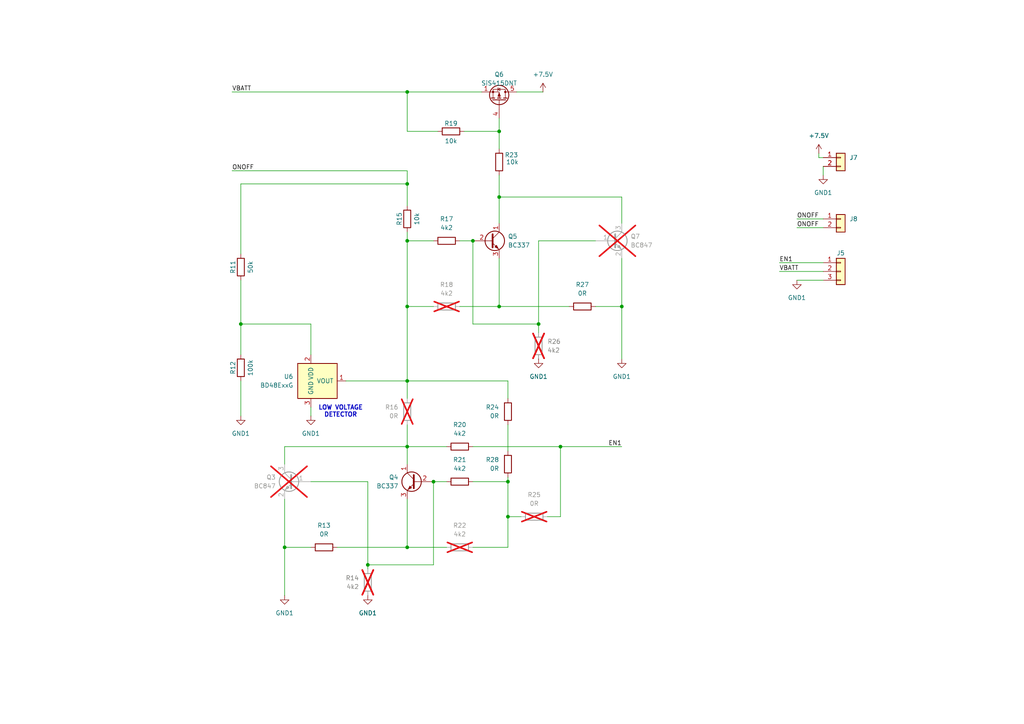
<source format=kicad_sch>
(kicad_sch (version 20241209) (generator "eeschema") (generator_version "9.0")
  (paper "A4")
  (lib_symbols
    (symbol "Connector_Generic:Conn_01x02" (pin_names (offset 1.016) (hide yes))
      (property "Reference" "J" (at 0 2.54 0))
      (property "Value" "Conn_01x02" (at 0 -5.08 0))
      (symbol "Conn_01x02_1_1"
        (rectangle (start -1.27 1.27) (end 1.27 -3.81) (stroke (width 0.254)) (fill (type background)))
        (rectangle (start -1.27 0.127) (end 0 -0.127) (stroke (width 0.1524)))
        (rectangle (start -1.27 -2.413) (end 0 -2.667) (stroke (width 0.1524)))
        (pin passive line (at -5.08 0 0) (length 3.81) (name "Pin_1") (number "1"))
        (pin passive line (at -5.08 -2.54 0) (length 3.81) (name "Pin_2") (number "2"))
      )
    )
    (symbol "Connector_Generic:Conn_01x03" (pin_names (offset 1.016) (hide yes))
      (property "Reference" "J" (at 0 5.08 0))
      (property "Value" "Conn_01x03" (at 0 -5.08 0))
      (symbol "Conn_01x03_1_1"
        (rectangle (start -1.27 3.81) (end 1.27 -3.81) (stroke (width 0.254)) (fill (type background)))
        (rectangle (start -1.27 2.667) (end 0 2.413) (stroke (width 0.1524)))
        (rectangle (start -1.27 0.127) (end 0 -0.127) (stroke (width 0.1524)))
        (rectangle (start -1.27 -2.413) (end 0 -2.667) (stroke (width 0.1524)))
        (pin passive line (at -5.08 2.54 0) (length 3.81) (name "Pin_1") (number "1"))
        (pin passive line (at -5.08 0 0) (length 3.81) (name "Pin_2") (number "2"))
        (pin passive line (at -5.08 -2.54 0) (length 3.81) (name "Pin_3") (number "3"))
      )
    )
    (symbol "Device:R" (pin_numbers (hide yes)) (pin_names (offset 0))
      (property "Reference" "R" (at 2.032 0 90))
      (property "Value" "R" (at 0 0 90))
      (symbol "R_0_1"
        (rectangle (start -1.016 -2.54) (end 1.016 2.54) (stroke (width 0.254)))
      )
      (symbol "R_1_1"
        (pin passive line (at 0 3.81 270) (length 1.27) (name "~") (number "1"))
        (pin passive line (at 0 -3.81 90) (length 1.27) (name "~") (number "2"))
      )
    )
    (symbol "Power_Management:BD48ExxG" (pin_names (offset 1.016))
      (property "Reference" "U" (at -3.81 6.35 0))
      (property "Value" "BD48ExxG" (at -5.08 0 90))
      (symbol "BD48ExxG_1_1"
        (rectangle (start -3.81 5.08) (end 7.62 -5.08) (stroke (width 0.254)) (fill (type background)))
        (pin power_in line (at 0 7.62 270) (length 2.54) (name "VDD") (number "2"))
        (pin power_in line (at 0 -7.62 90) (length 2.54) (name "GND") (number "3"))
        (pin output line (at 10.16 0 180) (length 2.54) (name "VOUT") (number "1"))
      )
    )
    (symbol "Transistor_BJT:BC337" (pin_names (offset 0) (hide yes))
      (property "Reference" "Q" (at 5.08 1.905 0))
      (property "Value" "BC337" (at 5.08 0 0))
      (symbol "BC337_0_1"
        (polyline (pts (xy 0 0) (xy 0.635 0)))
        (polyline (pts (xy 0.635 1.905) (xy 0.635 -1.905) (xy 0.635 -1.905)) (stroke (width 0.508)))
        (polyline (pts (xy 0.635 0.635) (xy 2.54 2.54)))
        (polyline (pts (xy 0.635 -0.635) (xy 2.54 -2.54) (xy 2.54 -2.54)))
        (circle (center 1.27 0) (radius 2.8194) (stroke (width 0.254)))
        (polyline (pts (xy 1.27 -1.778) (xy 1.778 -1.27) (xy 2.286 -2.286) (xy 1.27 -1.778) (xy 1.27 -1.778)) (fill (type outline)))
      )
      (symbol "BC337_1_1"
        (pin input line (at -5.08 0 0) (length 5.08) (name "B") (number "2"))
        (pin passive line (at 2.54 5.08 270) (length 2.54) (name "C") (number "1"))
        (pin passive line (at 2.54 -5.08 90) (length 2.54) (name "E") (number "3"))
      )
    )
    (symbol "Transistor_BJT:BC847" (pin_names (offset 0) (hide yes))
      (property "Reference" "Q" (at 5.08 1.905 0))
      (property "Value" "BC847" (at 5.08 0 0))
      (symbol "BC847_0_1"
        (polyline (pts (xy 0.635 1.905) (xy 0.635 -1.905) (xy 0.635 -1.905)) (stroke (width 0.508)))
        (polyline (pts (xy 0.635 0.635) (xy 2.54 2.54)))
        (polyline (pts (xy 0.635 -0.635) (xy 2.54 -2.54) (xy 2.54 -2.54)))
        (circle (center 1.27 0) (radius 2.8194) (stroke (width 0.254)))
        (polyline (pts (xy 1.27 -1.778) (xy 1.778 -1.27) (xy 2.286 -2.286) (xy 1.27 -1.778) (xy 1.27 -1.778)) (fill (type outline)))
      )
      (symbol "BC847_1_1"
        (pin input line (at -5.08 0 0) (length 5.715) (name "B") (number "1"))
        (pin passive line (at 2.54 5.08 270) (length 2.54) (name "C") (number "3"))
        (pin passive line (at 2.54 -5.08 90) (length 2.54) (name "E") (number "2"))
      )
    )
    (symbol "Transistor_FET:SiS415DNT" (pin_names (hide yes))
      (property "Reference" "Q" (at 5.08 1.905 0))
      (property "Value" "SiS415DNT" (at 5.08 0 0))
      (symbol "SiS415DNT_0_1"
        (polyline (pts (xy 0.254 1.905) (xy 0.254 -1.905)) (stroke (width 0.254)))
        (polyline (pts (xy 0.254 0) (xy -2.54 0)))
        (polyline (pts (xy 0.762 2.286) (xy 0.762 1.27)) (stroke (width 0.254)))
        (polyline (pts (xy 0.762 1.778) (xy 3.302 1.778) (xy 3.302 -1.778) (xy 0.762 -1.778)))
        (polyline (pts (xy 0.762 0.508) (xy 0.762 -0.508)) (stroke (width 0.254)))
        (polyline (pts (xy 0.762 -1.27) (xy 0.762 -2.286)) (stroke (width 0.254)))
        (circle (center 1.651 0) (radius 2.794) (stroke (width 0.254)))
        (polyline (pts (xy 2.286 0) (xy 1.27 0.381) (xy 1.27 -0.381) (xy 2.286 0)) (fill (type outline)))
        (polyline (pts (xy 2.54 2.54) (xy 2.54 1.778)))
        (circle (center 2.54 1.778) (radius 0.254) (fill (type outline)))
        (circle (center 2.54 -1.778) (radius 0.254) (fill (type outline)))
        (polyline (pts (xy 2.54 -2.54) (xy 2.54 0) (xy 0.762 0)))
        (polyline (pts (xy 2.794 -0.508) (xy 2.921 -0.381) (xy 3.683 -0.381) (xy 3.81 -0.254)))
        (polyline (pts (xy 3.302 -0.381) (xy 2.921 0.254) (xy 3.683 0.254) (xy 3.302 -0.381)))
      )
      (symbol "SiS415DNT_1_1"
        (pin passive line (at -5.08 0 0) (length 2.54) (name "G") (number "4"))
        (pin passive line (at 2.54 5.08 270) (length 2.54) (name "D") (number "5"))
        (pin passive line (at 2.54 -5.08 90) (length 2.54) (name "S") (number "1"))
        (pin passive line (at 2.54 -5.08 90) (length 2.54) (hide yes) (name "S") (number "2"))
        (pin passive line (at 2.54 -5.08 90) (length 2.54) (hide yes) (name "S") (number "3"))
      )
    )
    (symbol "power:+7.5V" (power) (pin_numbers (hide yes)) (pin_names (offset 0) (hide yes))
      (property "Value" "+7.5V" (at 0 3.556 0))
      (symbol "+7.5V_0_1"
        (polyline (pts (xy -0.762 1.27) (xy 0 2.54)))
        (polyline (pts (xy 0 2.54) (xy 0.762 1.27)))
        (polyline (pts (xy 0 0) (xy 0 2.54)))
      )
      (symbol "+7.5V_1_1"
        (pin power_in line (at 0 0 90) (length 0) (name "~") (number "1"))
      )
    )
    (symbol "power:GND" (power) (pin_numbers (hide yes)) (pin_names (offset 0) (hide yes))
      (property "Value" "GND" (at 0 -3.81 0))
      (symbol "GND_0_1"
        (polyline (pts (xy 0 0) (xy 0 -1.27) (xy 1.27 -1.27) (xy 0 -2.54) (xy -1.27 -1.27) (xy 0 -1.27)))
      )
      (symbol "GND_1_1"
        (pin power_in line (at 0 0 270) (length 0) (name "~") (number "1"))
      )
    )
  )
  (text "LOW VOLTAGE\nDETECTOR" (at 98.806 119.38 0) (effects (font (size 1.27 1.27) (thickness 0.254) (bold yes))))
  (junction (at 118.11 88.9))
  (junction (at 156.21 93.98))
  (junction (at 137.16 69.85))
  (junction (at 118.11 129.54))
  (junction (at 144.78 38.1))
  (junction (at 180.34 88.9))
  (junction (at 144.78 57.15))
  (junction (at 147.32 149.86))
  (junction (at 118.11 69.85))
  (junction (at 162.56 129.54))
  (junction (at 118.11 26.67))
  (junction (at 118.11 110.49))
  (junction (at 147.32 139.7))
  (junction (at 106.68 163.83))
  (junction (at 118.11 158.75))
  (junction (at 118.11 53.34))
  (junction (at 144.78 88.9))
  (junction (at 82.55 158.75))
  (junction (at 69.85 93.98))
  (junction (at 125.73 139.7))
  (wire (pts (xy 147.32 139.7) (xy 147.32 149.86)))
  (wire (pts (xy 144.78 88.9) (xy 165.1 88.9)))
  (wire (pts (xy 106.68 139.7) (xy 106.68 163.83)))
  (wire (pts (xy 118.11 49.53) (xy 67.31 49.53)))
  (wire (pts (xy 144.78 38.1) (xy 144.78 43.18)))
  (wire (pts (xy 134.62 38.1) (xy 144.78 38.1)))
  (wire (pts (xy 156.21 69.85) (xy 156.21 93.98)))
  (wire (pts (xy 149.86 26.67) (xy 157.48 26.67)))
  (wire (pts (xy 137.16 69.85) (xy 137.16 93.98)))
  (wire (pts (xy 125.73 163.83) (xy 106.68 163.83)))
  (wire (pts (xy 226.06 76.2) (xy 238.76 76.2)))
  (wire (pts (xy 133.35 69.85) (xy 137.16 69.85)))
  (wire (pts (xy 144.78 57.15) (xy 180.34 57.15)))
  (wire (pts (xy 156.21 93.98) (xy 156.21 96.52)))
  (wire (pts (xy 82.55 144.78) (xy 82.55 158.75)))
  (wire (pts (xy 69.85 110.49) (xy 69.85 120.65)))
  (wire (pts (xy 133.35 88.9) (xy 144.78 88.9)))
  (wire (pts (xy 180.34 57.15) (xy 180.34 64.77)))
  (wire (pts (xy 129.54 158.75) (xy 118.11 158.75)))
  (wire (pts (xy 147.32 158.75) (xy 137.16 158.75)))
  (wire (pts (xy 147.32 149.86) (xy 151.13 149.86)))
  (wire (pts (xy 147.32 138.43) (xy 147.32 139.7)))
  (wire (pts (xy 231.14 81.28) (xy 238.76 81.28)))
  (wire (pts (xy 172.72 88.9) (xy 180.34 88.9)))
  (wire (pts (xy 137.16 93.98) (xy 156.21 93.98)))
  (wire (pts (xy 129.54 139.7) (xy 125.73 139.7)))
  (wire (pts (xy 147.32 115.57) (xy 147.32 110.49)))
  (wire (pts (xy 144.78 74.93) (xy 144.78 88.9)))
  (wire (pts (xy 147.32 110.49) (xy 118.11 110.49)))
  (wire (pts (xy 67.31 26.67) (xy 118.11 26.67)))
  (wire (pts (xy 125.73 139.7) (xy 125.73 163.83)))
  (wire (pts (xy 137.16 129.54) (xy 162.56 129.54)))
  (wire (pts (xy 118.11 26.67) (xy 118.11 38.1)))
  (wire (pts (xy 118.11 123.19) (xy 118.11 129.54)))
  (wire (pts (xy 158.75 149.86) (xy 162.56 149.86)))
  (wire (pts (xy 127 38.1) (xy 118.11 38.1)))
  (wire (pts (xy 118.11 53.34) (xy 69.85 53.34)))
  (wire (pts (xy 237.49 44.45) (xy 237.49 45.72)))
  (wire (pts (xy 226.06 78.74) (xy 238.76 78.74)))
  (wire (pts (xy 118.11 129.54) (xy 82.55 129.54)))
  (wire (pts (xy 90.17 120.65) (xy 90.17 118.11)))
  (wire (pts (xy 118.11 26.67) (xy 139.7 26.67)))
  (wire (pts (xy 69.85 81.28) (xy 69.85 93.98)))
  (wire (pts (xy 129.54 129.54) (xy 118.11 129.54)))
  (wire (pts (xy 118.11 129.54) (xy 118.11 134.62)))
  (wire (pts (xy 118.11 69.85) (xy 125.73 69.85)))
  (wire (pts (xy 106.68 163.83) (xy 106.68 165.1)))
  (wire (pts (xy 90.17 158.75) (xy 82.55 158.75)))
  (wire (pts (xy 118.11 110.49) (xy 118.11 115.57)))
  (wire (pts (xy 238.76 48.26) (xy 238.76 50.8)))
  (wire (pts (xy 118.11 53.34) (xy 118.11 59.69)))
  (wire (pts (xy 69.85 93.98) (xy 69.85 102.87)))
  (wire (pts (xy 147.32 139.7) (xy 137.16 139.7)))
  (wire (pts (xy 180.34 74.93) (xy 180.34 88.9)))
  (wire (pts (xy 180.34 88.9) (xy 180.34 104.14)))
  (wire (pts (xy 118.11 158.75) (xy 97.79 158.75)))
  (wire (pts (xy 147.32 123.19) (xy 147.32 130.81)))
  (wire (pts (xy 162.56 129.54) (xy 180.34 129.54)))
  (wire (pts (xy 162.56 129.54) (xy 162.56 149.86)))
  (wire (pts (xy 90.17 102.87) (xy 90.17 93.98)))
  (wire (pts (xy 118.11 88.9) (xy 118.11 110.49)))
  (wire (pts (xy 82.55 129.54) (xy 82.55 134.62)))
  (wire (pts (xy 69.85 53.34) (xy 69.85 73.66)))
  (wire (pts (xy 106.68 139.7) (xy 90.17 139.7)))
  (wire (pts (xy 156.21 69.85) (xy 172.72 69.85)))
  (wire (pts (xy 237.49 45.72) (xy 238.76 45.72)))
  (wire (pts (xy 100.33 110.49) (xy 118.11 110.49)))
  (wire (pts (xy 231.14 66.04) (xy 238.76 66.04)))
  (wire (pts (xy 90.17 93.98) (xy 69.85 93.98)))
  (wire (pts (xy 231.14 63.5) (xy 238.76 63.5)))
  (wire (pts (xy 144.78 50.8) (xy 144.78 57.15)))
  (wire (pts (xy 118.11 144.78) (xy 118.11 158.75)))
  (wire (pts (xy 144.78 57.15) (xy 144.78 64.77)))
  (wire (pts (xy 118.11 67.31) (xy 118.11 69.85)))
  (wire (pts (xy 118.11 49.53) (xy 118.11 53.34)))
  (wire (pts (xy 144.78 38.1) (xy 144.78 34.29)))
  (wire (pts (xy 147.32 149.86) (xy 147.32 158.75)))
  (wire (pts (xy 118.11 69.85) (xy 118.11 88.9)))
  (wire (pts (xy 82.55 158.75) (xy 82.55 172.72)))
  (wire (pts (xy 118.11 88.9) (xy 125.73 88.9)))
  (label "VBATT" (at 226.06 78.74 0))
  (label "ONOFF" (at 67.31 49.53 0))
  (label "EN1" (at 180.34 129.54 180))
  (label "ONOFF" (at 231.14 66.04 0))
  (label "ONOFF" (at 231.14 63.5 0))
  (label "EN1" (at 226.06 76.2 0))
  (label "VBATT" (at 67.31 26.67 0))
  (symbol (lib_id "Power_Management:BD48ExxG") (at 90.17 110.49 0) (unit 1)
    (property "Reference" "U6" (at 85.09 109.2199 0) (effects (justify right)))
    (property "Value" "BD48ExxG" (at 85.09 111.7599 0) (effects (justify right)))
    (property "Footprint" "Package_TO_SOT_SMD:SOT-23-5" (effects (hide yes)))
    (property "Datasheet" "https://www.rohm.de/datasheet/BD4830FVE/bd48xxg-e" (effects (hide yes)))
    (property "Description" "Standard CMOS Voltage Detector IC, Open Drain Output, SSOP5" (effects (hide yes)))
  )
  (symbol (lib_id "Device:R") (at 106.68 168.91 0) (mirror x) (unit 1) (dnp yes)
    (property "Reference" "R14" (at 104.14 167.6399 0) (effects (justify right)))
    (property "Value" "4k2" (at 104.14 170.1799 0) (effects (justify right)))
    (property "Footprint" "Resistor_SMD:R_0805_2012Metric_Pad1.20x1.40mm_HandSolder" (effects (hide yes)))
    (property "Description" "Resistor" (effects (hide yes)))
  )
  (symbol (lib_id "Device:R") (at 168.91 88.9 270) (unit 1)
    (property "Reference" "R27" (at 168.91 82.55 90))
    (property "Value" "0R" (at 168.91 85.09 90))
    (property "Footprint" "Resistor_SMD:R_0805_2012Metric_Pad1.20x1.40mm_HandSolder" (effects (hide yes)))
    (property "Description" "Resistor" (effects (hide yes)))
  )
  (symbol (lib_id "Device:R") (at 133.35 129.54 270) (mirror x) (unit 1)
    (property "Reference" "R20" (at 133.35 123.19 90))
    (property "Value" "4k2" (at 133.35 125.73 90))
    (property "Footprint" "Resistor_SMD:R_0805_2012Metric_Pad1.20x1.40mm_HandSolder" (effects (hide yes)))
    (property "Description" "Resistor" (effects (hide yes)))
  )
  (symbol (lib_id "Transistor_FET:SiS415DNT") (at 144.78 29.21 270) (mirror x) (unit 1)
    (property "Reference" "Q6" (at 144.78 21.59 90))
    (property "Value" "SiS415DNT" (at 144.78 24.13 90))
    (property "Footprint" "Package_SO:Vishay_PowerPAK_1212-8_Single" (effects (hide yes)))
    (property "Datasheet" "https://www.vishay.com/docs/63684/sis415dnt.pdf" (effects (hide yes)))
    (property "Description" "-35A Id, -20V Vds, P-Channel MOSFET, PowerPAK 1212-8 Single" (effects (hide yes)))
  )
  (symbol (lib_id "Transistor_BJT:BC847") (at 177.8 69.85 0) (unit 1) (dnp yes)
    (property "Reference" "Q7" (at 182.88 68.5799 0) (effects (justify left)))
    (property "Value" "BC847" (at 182.88 71.1199 0) (effects (justify left)))
    (property "Footprint" "Package_TO_SOT_SMD:SOT-23" (effects (hide yes)))
    (property "Datasheet" "http://www.infineon.com/dgdl/Infineon-BC847SERIES_BC848SERIES_BC849SERIES_BC850SERIES-DS-v01_01-en.pdf?fileId=db3a304314dca389011541d4630a1657" (effects (hide yes)))
    (property "Description" "0.1A Ic, 45V Vce, NPN Transistor, SOT-23" (effects (hide yes)))
  )
  (symbol (lib_id "Device:R") (at 154.94 149.86 270) (mirror x) (unit 1) (dnp yes)
    (property "Reference" "R25" (at 154.94 143.51 90))
    (property "Value" "0R" (at 154.94 146.05 90))
    (property "Footprint" "Resistor_SMD:R_0805_2012Metric_Pad1.20x1.40mm_HandSolder" (effects (hide yes)))
    (property "Description" "Resistor" (effects (hide yes)))
  )
  (symbol (lib_id "power:GND") (at 180.34 104.14 0) (unit 1)
    (property "Reference" "#PWR029" (effects (hide yes)))
    (property "Value" "GND1" (at 180.34 109.22 0))
    (property "Description" "Power symbol creates a global label with name \"GND\" , ground" (effects (hide yes)))
  )
  (symbol (lib_id "power:GND") (at 106.68 172.72 0) (unit 1)
    (property "Reference" "#PWR026" (effects (hide yes)))
    (property "Value" "GND1" (at 106.68 177.8 0))
    (property "Description" "Power symbol creates a global label with name \"GND\" , ground" (effects (hide yes)))
  )
  (symbol (lib_id "power:+7.5V") (at 237.49 44.45 0) (unit 1)
    (property "Reference" "#PWR030" (effects (hide yes)))
    (property "Value" "+7.5V" (at 237.49 39.37 0))
    (property "Description" "Power symbol creates a global label with name \"+7.5V\"" (effects (hide yes)))
  )
  (symbol (lib_id "Device:R") (at 93.98 158.75 90) (mirror x) (unit 1)
    (property "Reference" "R13" (at 93.98 152.4 90))
    (property "Value" "0R" (at 93.98 154.94 90))
    (property "Footprint" "Resistor_SMD:R_0805_2012Metric_Pad1.20x1.40mm_HandSolder" (effects (hide yes)))
    (property "Description" "Resistor" (effects (hide yes)))
  )
  (symbol (lib_id "Device:R") (at 130.81 38.1 90) (unit 1)
    (property "Reference" "R19" (at 130.81 35.814 90))
    (property "Value" "10k" (at 130.81 40.894 90))
    (property "Footprint" "Resistor_SMD:R_0805_2012Metric_Pad1.20x1.40mm_HandSolder" (effects (hide yes)))
    (property "Description" "Resistor" (effects (hide yes)))
  )
  (symbol (lib_id "Device:R") (at 118.11 63.5 180) (unit 1)
    (property "Reference" "R15" (at 115.824 63.5 90))
    (property "Value" "10k" (at 120.904 63.5 90))
    (property "Footprint" "Resistor_SMD:R_0805_2012Metric_Pad1.20x1.40mm_HandSolder" (effects (hide yes)))
    (property "Description" "Resistor" (effects (hide yes)))
  )
  (symbol (lib_id "Device:R") (at 133.35 139.7 270) (mirror x) (unit 1)
    (property "Reference" "R21" (at 133.35 133.35 90))
    (property "Value" "4k2" (at 133.35 135.89 90))
    (property "Footprint" "Resistor_SMD:R_0805_2012Metric_Pad1.20x1.40mm_HandSolder" (effects (hide yes)))
    (property "Description" "Resistor" (effects (hide yes)))
  )
  (symbol (lib_id "Device:R") (at 69.85 77.47 180) (unit 1)
    (property "Reference" "R11" (at 67.564 77.47 90))
    (property "Value" "50k" (at 72.644 77.47 90))
    (property "Footprint" "Resistor_SMD:R_0805_2012Metric_Pad1.20x1.40mm_HandSolder" (effects (hide yes)))
    (property "Description" "Resistor" (effects (hide yes)))
  )
  (symbol (lib_id "Transistor_BJT:BC337") (at 142.24 69.85 0) (unit 1)
    (property "Reference" "Q5" (at 147.32 68.5799 0) (effects (justify left)))
    (property "Value" "BC337" (at 147.32 71.1199 0) (effects (justify left)))
    (property "Footprint" "Package_TO_SOT_THT:TO-92_Inline" (effects (hide yes)))
    (property "Datasheet" "https://diotec.com/tl_files/diotec/files/pdf/datasheets/bc337.pdf" (effects (hide yes)))
    (property "Description" "0.8A Ic, 45V Vce, NPN Transistor, TO-92" (effects (hide yes)))
  )
  (symbol (lib_id "Device:R") (at 156.21 100.33 180) (unit 1) (dnp yes)
    (property "Reference" "R26" (at 158.75 99.0599 0) (effects (justify right)))
    (property "Value" "4k2" (at 158.75 101.5999 0) (effects (justify right)))
    (property "Footprint" "Resistor_SMD:R_0805_2012Metric_Pad1.20x1.40mm_HandSolder" (effects (hide yes)))
    (property "Description" "Resistor" (effects (hide yes)))
  )
  (symbol (lib_id "power:GND") (at 82.55 172.72 0) (unit 1)
    (property "Reference" "#PWR024" (effects (hide yes)))
    (property "Value" "GND1" (at 82.55 177.8 0))
    (property "Description" "Power symbol creates a global label with name \"GND\" , ground" (effects (hide yes)))
  )
  (symbol (lib_id "power:GND") (at 156.21 104.14 0) (unit 1)
    (property "Reference" "#PWR027" (effects (hide yes)))
    (property "Value" "GND1" (at 156.21 109.22 0))
    (property "Description" "Power symbol creates a global label with name \"GND\" , ground" (effects (hide yes)))
  )
  (symbol (lib_id "Device:R") (at 147.32 134.62 0) (mirror x) (unit 1)
    (property "Reference" "R28" (at 144.78 133.3499 0) (effects (justify right)))
    (property "Value" "0R" (at 144.78 135.8899 0) (effects (justify right)))
    (property "Footprint" "Resistor_SMD:R_1206_3216Metric" (effects (hide yes)))
    (property "Description" "Resistor" (effects (hide yes)))
  )
  (symbol (lib_id "Connector_Generic:Conn_01x02") (at 243.84 45.72 0) (unit 1)
    (property "Reference" "J7" (at 246.38 45.7199 0) (effects (justify left)))
    (property "Value" "Conn_01x02" (effects (hide yes)))
    (property "Footprint" "Connector_PinHeader_2.54mm:PinHeader_2x01_P2.54mm_Vertical_SMD" (effects (hide yes)))
    (property "Description" "Generic connector, single row, 01x02, script generated (kicad-library-utils/schlib/autogen/connector/)" (effects (hide yes)))
  )
  (symbol (lib_id "Connector_Generic:Conn_01x02") (at 243.84 63.5 0) (unit 1)
    (property "Reference" "J8" (at 246.38 63.4999 0) (effects (justify left)))
    (property "Value" "Conn_01x02" (effects (hide yes)))
    (property "Footprint" "Connector_PinHeader_2.54mm:PinHeader_2x01_P2.54mm_Vertical_SMD" (effects (hide yes)))
    (property "Description" "Generic connector, single row, 01x02, script generated (kicad-library-utils/schlib/autogen/connector/)" (effects (hide yes)))
  )
  (symbol (lib_id "Device:R") (at 147.32 119.38 0) (mirror x) (unit 1)
    (property "Reference" "R24" (at 144.78 118.1099 0) (effects (justify right)))
    (property "Value" "0R" (at 144.78 120.6499 0) (effects (justify right)))
    (property "Footprint" "Resistor_SMD:R_0805_2012Metric_Pad1.20x1.40mm_HandSolder" (effects (hide yes)))
    (property "Description" "Resistor" (effects (hide yes)))
  )
  (symbol (lib_id "power:+7.5V") (at 157.48 26.67 0) (unit 1)
    (property "Reference" "#PWR028" (effects (hide yes)))
    (property "Value" "+7.5V" (at 157.48 21.59 0))
    (property "Description" "Power symbol creates a global label with name \"+7.5V\"" (effects (hide yes)))
  )
  (symbol (lib_id "Transistor_BJT:BC337") (at 120.65 139.7 0) (mirror y) (unit 1)
    (property "Reference" "Q4" (at 115.57 138.4299 0) (effects (justify left)))
    (property "Value" "BC337" (at 115.57 140.9699 0) (effects (justify left)))
    (property "Footprint" "Package_TO_SOT_THT:TO-92_Inline" (effects (hide yes)))
    (property "Datasheet" "https://diotec.com/tl_files/diotec/files/pdf/datasheets/bc337.pdf" (effects (hide yes)))
    (property "Description" "0.8A Ic, 45V Vce, NPN Transistor, TO-92" (effects (hide yes)))
  )
  (symbol (lib_id "Device:R") (at 129.54 69.85 90) (unit 1)
    (property "Reference" "R17" (at 129.54 63.5 90))
    (property "Value" "4k2" (at 129.54 66.04 90))
    (property "Footprint" "Resistor_SMD:R_0805_2012Metric_Pad1.20x1.40mm_HandSolder" (effects (hide yes)))
    (property "Description" "Resistor" (effects (hide yes)))
  )
  (symbol (lib_id "power:GND") (at 69.85 120.65 0) (unit 1)
    (property "Reference" "#PWR023" (effects (hide yes)))
    (property "Value" "GND1" (at 69.85 125.73 0))
    (property "Description" "Power symbol creates a global label with name \"GND\" , ground" (effects (hide yes)))
  )
  (symbol (lib_id "Device:R") (at 69.85 106.68 180) (unit 1)
    (property "Reference" "R12" (at 67.564 106.68 90))
    (property "Value" "100k" (at 72.644 106.68 90))
    (property "Footprint" "Resistor_SMD:R_0805_2012Metric_Pad1.20x1.40mm_HandSolder" (effects (hide yes)))
    (property "Description" "Resistor" (effects (hide yes)))
  )
  (symbol (lib_id "Device:R") (at 118.11 119.38 0) (mirror x) (unit 1) (dnp yes)
    (property "Reference" "R16" (at 115.57 118.1099 0) (effects (justify right)))
    (property "Value" "0R" (at 115.57 120.6499 0) (effects (justify right)))
    (property "Footprint" "Resistor_SMD:R_0805_2012Metric_Pad1.20x1.40mm_HandSolder" (effects (hide yes)))
    (property "Description" "Resistor" (effects (hide yes)))
  )
  (symbol (lib_id "power:GND") (at 238.76 50.8 0) (unit 1)
    (property "Reference" "#PWR031" (effects (hide yes)))
    (property "Value" "GND1" (at 238.76 55.88 0))
    (property "Description" "Power symbol creates a global label with name \"GND\" , ground" (effects (hide yes)))
  )
  (symbol (lib_id "Device:R") (at 144.78 46.99 180) (unit 1)
    (property "Reference" "R23" (at 148.336 44.958 0))
    (property "Value" "10k" (at 148.59 46.99 0))
    (property "Footprint" "Resistor_SMD:R_0805_2012Metric_Pad1.20x1.40mm_HandSolder" (effects (hide yes)))
    (property "Description" "Resistor" (effects (hide yes)))
  )
  (symbol (lib_id "Transistor_BJT:BC847") (at 85.09 139.7 0) (mirror y) (unit 1) (dnp yes)
    (property "Reference" "Q3" (at 80.01 138.4299 0) (effects (justify left)))
    (property "Value" "BC847" (at 80.01 140.9699 0) (effects (justify left)))
    (property "Footprint" "Package_TO_SOT_SMD:SOT-23" (effects (hide yes)))
    (property "Datasheet" "http://www.infineon.com/dgdl/Infineon-BC847SERIES_BC848SERIES_BC849SERIES_BC850SERIES-DS-v01_01-en.pdf?fileId=db3a304314dca389011541d4630a1657" (effects (hide yes)))
    (property "Description" "0.1A Ic, 45V Vce, NPN Transistor, SOT-23" (effects (hide yes)))
  )
  (symbol (lib_id "power:GND") (at 90.17 120.65 0) (unit 1)
    (property "Reference" "#PWR025" (effects (hide yes)))
    (property "Value" "GND1" (at 90.17 125.73 0))
    (property "Description" "Power symbol creates a global label with name \"GND\" , ground" (effects (hide yes)))
  )
  (symbol (lib_id "Device:R") (at 129.54 88.9 90) (unit 1) (dnp yes)
    (property "Reference" "R18" (at 129.54 82.55 90))
    (property "Value" "4k2" (at 129.54 85.09 90))
    (property "Footprint" "Resistor_SMD:R_0805_2012Metric_Pad1.20x1.40mm_HandSolder" (effects (hide yes)))
    (property "Description" "Resistor" (effects (hide yes)))
  )
  (symbol (lib_id "power:GND") (at 231.14 81.28 0) (unit 1)
    (property "Reference" "#PWR022" (effects (hide yes)))
    (property "Value" "GND1" (at 231.14 86.36 0))
    (property "Description" "Power symbol creates a global label with name \"GND\" , ground" (effects (hide yes)))
  )
  (symbol (lib_id "Device:R") (at 133.35 158.75 270) (mirror x) (unit 1) (dnp yes)
    (property "Reference" "R22" (at 133.35 152.4 90))
    (property "Value" "4k2" (at 133.35 154.94 90))
    (property "Footprint" "Resistor_SMD:R_0805_2012Metric_Pad1.20x1.40mm_HandSolder" (effects (hide yes)))
    (property "Description" "Resistor" (effects (hide yes)))
  )
  (symbol (lib_id "Connector_Generic:Conn_01x03") (at 243.84 78.74 0) (unit 1)
    (property "Reference" "J5" (at 243.84 73.406 0))
    (property "Value" "Conn_01x03" (effects (hide yes)))
    (property "Footprint" "Connector_PinHeader_2.54mm:PinHeader_1x03_P2.54mm_Vertical_SMD_Pin1Left" (effects (hide yes)))
    (property "Description" "Generic connector, single row, 01x03, script generated (kicad-library-utils/schlib/autogen/connector/)" (effects (hide yes)))
  )
)
</source>
